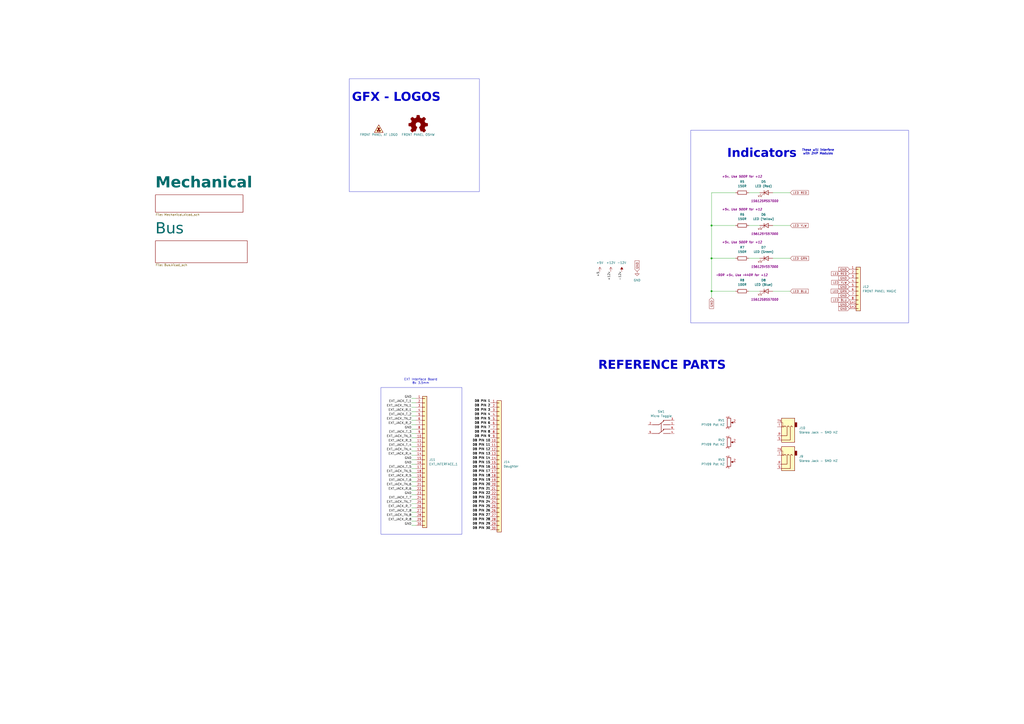
<source format=kicad_sch>
(kicad_sch (version 20231120) (generator "eeschema") (generator_version "8.0")
  (paper "A2")
  (title_block (title "Audio Thing Template") (date "2024-11-13") (rev "1.0") (company "velvia-fifty") (comment 1 "https://github.com/velvia-fifty/AudioThings") (comment 2 "You should have changed this already :)") (comment 4 "Stay humble"))
  (lib_symbols
    (symbol "AT-Symbols:DPDT Micro 1825138-7" (pin_names (offset 1.016))
      (property "Reference" "SW" (at -3.8172 6.362 0))
      (property "Value" "1825138-7" (at -3.8107 -5.7161 0))
      (symbol "DPDT Micro 1825138-7_0_0"
        (polyline (pts (xy -5.08 -2.54) (xy -1.27 -2.54)) (stroke (width 0.254)))
        (polyline (pts (xy -5.08 2.54) (xy -1.27 2.54)) (stroke (width 0.254)))
        (polyline (pts (xy -1.27 -2.54) (xy 1.5875 -0.3175)) (stroke (width 0.254)))
        (polyline (pts (xy -1.27 2.54) (xy 1.5875 4.7625)) (stroke (width 0.254)))
        (polyline (pts (xy 0 3.4925) (xy 0 -1.5875)) (stroke (width 0.254)))
        (polyline (pts (xy 1.27 -2.54) (xy 5.08 -2.54)) (stroke (width 0.254)))
        (polyline (pts (xy 1.27 0) (xy 1.27 -0.635)) (stroke (width 0.254)))
        (polyline (pts (xy 1.27 0) (xy 5.08 0)) (stroke (width 0.254)))
        (polyline (pts (xy 1.27 2.54) (xy 5.08 2.54)) (stroke (width 0.254)))
        (polyline (pts (xy 1.27 5.08) (xy 1.27 4.445)) (stroke (width 0.254)))
        (polyline (pts (xy 1.27 5.08) (xy 5.08 5.08)) (stroke (width 0.254)))
        (pin passive line (at 7.62 2.54 180) (length 2.54) (name "~") (number "1"))
        (pin passive line (at -7.62 2.54 0) (length 2.54) (name "~") (number "2"))
        (pin passive line (at 7.62 5.08 180) (length 2.54) (name "~") (number "3"))
        (pin passive line (at 7.62 -2.54 180) (length 2.54) (name "~") (number "4"))
        (pin passive line (at -7.62 -2.54 0) (length 2.54) (name "~") (number "5"))
        (pin passive line (at 7.62 0 180) (length 2.54) (name "~") (number "6"))
      )
    )
    (symbol "AT-Symbols:FFC_8pin_SH" (pin_names (offset 1.016) hide)
      (property "Reference" "J" (at 0 12.7 0))
      (property "Value" "FFC_8pin_SH" (at 0 -15.24 0))
      (symbol "FFC_8pin_SH_1_1"
        (rectangle (start -1.27 -12.573) (end 0 -12.827) (stroke (width 0.1524)))
        (rectangle (start -1.27 -10.033) (end 0 -10.287) (stroke (width 0.1524)))
        (rectangle (start -1.27 -7.493) (end 0 -7.747) (stroke (width 0.1524)))
        (rectangle (start -1.27 -4.953) (end 0 -5.207) (stroke (width 0.1524)))
        (rectangle (start -1.27 -2.413) (end 0 -2.667) (stroke (width 0.1524)))
        (rectangle (start -1.27 0.127) (end 0 -0.127) (stroke (width 0.1524)))
        (rectangle (start -1.27 2.667) (end 0 2.413) (stroke (width 0.1524)))
        (rectangle (start -1.27 5.207) (end 0 4.953) (stroke (width 0.1524)))
        (rectangle (start -1.27 7.747) (end 0 7.493) (stroke (width 0.1524)))
        (rectangle (start -1.27 10.287) (end 0 10.033) (stroke (width 0.1524)))
        (rectangle (start -1.27 11.43) (end 1.27 -13.97) (stroke (width 0.254)) (fill (type background)))
        (pin passive line (at -5.08 10.16 0) (length 3.81) (name "Pin_1") (number "1"))
        (pin passive line (at -5.08 7.62 0) (length 3.81) (name "Pin_2") (number "2"))
        (pin passive line (at -5.08 5.08 0) (length 3.81) (name "Pin_3") (number "3"))
        (pin passive line (at -5.08 2.54 0) (length 3.81) (name "Pin_4") (number "4"))
        (pin passive line (at -5.08 0 0) (length 3.81) (name "Pin_5") (number "5"))
        (pin passive line (at -5.08 -2.54 0) (length 3.81) (name "Pin_6") (number "6"))
        (pin passive line (at -5.08 -5.08 0) (length 3.81) (name "Pin_7") (number "7"))
        (pin passive line (at -5.08 -7.62 0) (length 3.81) (name "Pin_8") (number "8"))
        (pin passive line (at -5.08 -10.16 0) (length 3.81) (name "SH1") (number "SH1"))
        (pin passive line (at -5.08 -12.7 0) (length 3.81) (name "SH2") (number "SH2"))
      )
    )
    (symbol "Connector_Audio:AudioJack3_SwitchT"
      (property "Reference" "J" (at 0 8.89 0))
      (property "Value" "AudioJack3_SwitchT" (at 0 6.35 0))
      (symbol "AudioJack3_SwitchT_0_1"
        (rectangle (start -5.08 -5.08) (end -6.35 -7.62) (stroke (width 0.254)) (fill (type outline)))
        (polyline (pts (xy 1.778 -5.334) (xy 2.032 -5.842)))
        (polyline (pts (xy 0 -5.08) (xy 0.635 -5.715) (xy 1.27 -5.08) (xy 2.54 -5.08)) (stroke (width 0.254)))
        (polyline (pts (xy 2.54 -7.62) (xy 1.778 -7.62) (xy 1.778 -5.334) (xy 1.524 -5.842)))
        (polyline (pts (xy -1.905 -5.08) (xy -1.27 -5.715) (xy -0.635 -5.08) (xy -0.635 0) (xy 2.54 0)) (stroke (width 0.254)))
        (polyline (pts (xy 2.54 2.54) (xy -2.54 2.54) (xy -2.54 -5.08) (xy -3.175 -5.715) (xy -3.81 -5.08)) (stroke (width 0.254)))
        (rectangle (start 2.54 3.81) (end -5.08 -10.16) (stroke (width 0.254)) (fill (type background)))
      )
      (symbol "AudioJack3_SwitchT_1_1"
        (pin passive line (at 5.08 0 180) (length 2.54) (name "~") (number "R"))
        (pin passive line (at 5.08 2.54 180) (length 2.54) (name "~") (number "S"))
        (pin passive line (at 5.08 -5.08 180) (length 2.54) (name "~") (number "T"))
        (pin passive line (at 5.08 -7.62 180) (length 2.54) (name "~") (number "TN"))
      )
    )
    (symbol "Connector_Generic:Conn_01x30" (pin_names (offset 1.016) hide)
      (property "Reference" "J" (at 0 38.1 0))
      (property "Value" "Conn_01x30" (at 0 -40.64 0))
      (symbol "Conn_01x30_1_1"
        (rectangle (start -1.27 -37.973) (end 0 -38.227) (stroke (width 0.1524)))
        (rectangle (start -1.27 -35.433) (end 0 -35.687) (stroke (width 0.1524)))
        (rectangle (start -1.27 -32.893) (end 0 -33.147) (stroke (width 0.1524)))
        (rectangle (start -1.27 -30.353) (end 0 -30.607) (stroke (width 0.1524)))
        (rectangle (start -1.27 -27.813) (end 0 -28.067) (stroke (width 0.1524)))
        (rectangle (start -1.27 -25.273) (end 0 -25.527) (stroke (width 0.1524)))
        (rectangle (start -1.27 -22.733) (end 0 -22.987) (stroke (width 0.1524)))
        (rectangle (start -1.27 -20.193) (end 0 -20.447) (stroke (width 0.1524)))
        (rectangle (start -1.27 -17.653) (end 0 -17.907) (stroke (width 0.1524)))
        (rectangle (start -1.27 -15.113) (end 0 -15.367) (stroke (width 0.1524)))
        (rectangle (start -1.27 -12.573) (end 0 -12.827) (stroke (width 0.1524)))
        (rectangle (start -1.27 -10.033) (end 0 -10.287) (stroke (width 0.1524)))
        (rectangle (start -1.27 -7.493) (end 0 -7.747) (stroke (width 0.1524)))
        (rectangle (start -1.27 -4.953) (end 0 -5.207) (stroke (width 0.1524)))
        (rectangle (start -1.27 -2.413) (end 0 -2.667) (stroke (width 0.1524)))
        (rectangle (start -1.27 0.127) (end 0 -0.127) (stroke (width 0.1524)))
        (rectangle (start -1.27 2.667) (end 0 2.413) (stroke (width 0.1524)))
        (rectangle (start -1.27 5.207) (end 0 4.953) (stroke (width 0.1524)))
        (rectangle (start -1.27 7.747) (end 0 7.493) (stroke (width 0.1524)))
        (rectangle (start -1.27 10.287) (end 0 10.033) (stroke (width 0.1524)))
        (rectangle (start -1.27 12.827) (end 0 12.573) (stroke (width 0.1524)))
        (rectangle (start -1.27 15.367) (end 0 15.113) (stroke (width 0.1524)))
        (rectangle (start -1.27 17.907) (end 0 17.653) (stroke (width 0.1524)))
        (rectangle (start -1.27 20.447) (end 0 20.193) (stroke (width 0.1524)))
        (rectangle (start -1.27 22.987) (end 0 22.733) (stroke (width 0.1524)))
        (rectangle (start -1.27 25.527) (end 0 25.273) (stroke (width 0.1524)))
        (rectangle (start -1.27 28.067) (end 0 27.813) (stroke (width 0.1524)))
        (rectangle (start -1.27 30.607) (end 0 30.353) (stroke (width 0.1524)))
        (rectangle (start -1.27 33.147) (end 0 32.893) (stroke (width 0.1524)))
        (rectangle (start -1.27 35.687) (end 0 35.433) (stroke (width 0.1524)))
        (rectangle (start -1.27 36.83) (end 1.27 -39.37) (stroke (width 0.254)) (fill (type background)))
        (pin passive line (at -5.08 35.56 0) (length 3.81) (name "Pin_1") (number "1"))
        (pin passive line (at -5.08 12.7 0) (length 3.81) (name "Pin_10") (number "10"))
        (pin passive line (at -5.08 10.16 0) (length 3.81) (name "Pin_11") (number "11"))
        (pin passive line (at -5.08 7.62 0) (length 3.81) (name "Pin_12") (number "12"))
        (pin passive line (at -5.08 5.08 0) (length 3.81) (name "Pin_13") (number "13"))
        (pin passive line (at -5.08 2.54 0) (length 3.81) (name "Pin_14") (number "14"))
        (pin passive line (at -5.08 0 0) (length 3.81) (name "Pin_15") (number "15"))
        (pin passive line (at -5.08 -2.54 0) (length 3.81) (name "Pin_16") (number "16"))
        (pin passive line (at -5.08 -5.08 0) (length 3.81) (name "Pin_17") (number "17"))
        (pin passive line (at -5.08 -7.62 0) (length 3.81) (name "Pin_18") (number "18"))
        (pin passive line (at -5.08 -10.16 0) (length 3.81) (name "Pin_19") (number "19"))
        (pin passive line (at -5.08 33.02 0) (length 3.81) (name "Pin_2") (number "2"))
        (pin passive line (at -5.08 -12.7 0) (length 3.81) (name "Pin_20") (number "20"))
        (pin passive line (at -5.08 -15.24 0) (length 3.81) (name "Pin_21") (number "21"))
        (pin passive line (at -5.08 -17.78 0) (length 3.81) (name "Pin_22") (number "22"))
        (pin passive line (at -5.08 -20.32 0) (length 3.81) (name "Pin_23") (number "23"))
        (pin passive line (at -5.08 -22.86 0) (length 3.81) (name "Pin_24") (number "24"))
        (pin passive line (at -5.08 -25.4 0) (length 3.81) (name "Pin_25") (number "25"))
        (pin passive line (at -5.08 -27.94 0) (length 3.81) (name "Pin_26") (number "26"))
        (pin passive line (at -5.08 -30.48 0) (length 3.81) (name "Pin_27") (number "27"))
        (pin passive line (at -5.08 -33.02 0) (length 3.81) (name "Pin_28") (number "28"))
        (pin passive line (at -5.08 -35.56 0) (length 3.81) (name "Pin_29") (number "29"))
        (pin passive line (at -5.08 30.48 0) (length 3.81) (name "Pin_3") (number "3"))
        (pin passive line (at -5.08 -38.1 0) (length 3.81) (name "Pin_30") (number "30"))
        (pin passive line (at -5.08 27.94 0) (length 3.81) (name "Pin_4") (number "4"))
        (pin passive line (at -5.08 25.4 0) (length 3.81) (name "Pin_5") (number "5"))
        (pin passive line (at -5.08 22.86 0) (length 3.81) (name "Pin_6") (number "6"))
        (pin passive line (at -5.08 20.32 0) (length 3.81) (name "Pin_7") (number "7"))
        (pin passive line (at -5.08 17.78 0) (length 3.81) (name "Pin_8") (number "8"))
        (pin passive line (at -5.08 15.24 0) (length 3.81) (name "Pin_9") (number "9"))
      )
    )
    (symbol "Device:LED" (pin_numbers hide) (pin_names (offset 1.016) hide)
      (property "Reference" "D" (at 0 2.54 0))
      (property "Value" "LED" (at 0 -2.54 0))
      (symbol "LED_0_1"
        (polyline (pts (xy -1.27 -1.27) (xy -1.27 1.27)) (stroke (width 0.254)))
        (polyline (pts (xy -1.27 0) (xy 1.27 0)))
        (polyline (pts (xy 1.27 -1.27) (xy 1.27 1.27) (xy -1.27 0) (xy 1.27 -1.27)) (stroke (width 0.254)))
        (polyline (pts (xy -3.048 -0.762) (xy -4.572 -2.286) (xy -3.81 -2.286) (xy -4.572 -2.286) (xy -4.572 -1.524)))
        (polyline (pts (xy -1.778 -0.762) (xy -3.302 -2.286) (xy -2.54 -2.286) (xy -3.302 -2.286) (xy -3.302 -1.524)))
      )
      (symbol "LED_1_1"
        (pin passive line (at -3.81 0 0) (length 2.54) (name "K") (number "1"))
        (pin passive line (at 3.81 0 180) (length 2.54) (name "A") (number "2"))
      )
    )
    (symbol "Device:R" (pin_numbers hide) (pin_names (offset 0))
      (property "Reference" "R" (at 2.032 0 90))
      (property "Value" "R" (at 0 0 90))
      (symbol "R_0_1"
        (rectangle (start -1.016 -2.54) (end 1.016 2.54) (stroke (width 0.254)))
      )
      (symbol "R_1_1"
        (pin passive line (at 0 3.81 270) (length 1.27) (name "~") (number "1"))
        (pin passive line (at 0 -3.81 90) (length 1.27) (name "~") (number "2"))
      )
    )
    (symbol "Device:R_Potentiometer" (pin_names (offset 1.016) hide)
      (property "Reference" "RV" (at -4.445 0 90))
      (property "Value" "R_Potentiometer" (at -2.54 0 90))
      (symbol "R_Potentiometer_0_1"
        (polyline (pts (xy 2.54 0) (xy 1.524 0)))
        (polyline (pts (xy 1.143 0) (xy 2.286 0.508) (xy 2.286 -0.508) (xy 1.143 0)) (fill (type outline)))
        (rectangle (start 1.016 2.54) (end -1.016 -2.54) (stroke (width 0.254)))
      )
      (symbol "R_Potentiometer_1_1"
        (pin passive line (at 0 3.81 270) (length 1.27) (name "1") (number "1"))
        (pin passive line (at 3.81 0 180) (length 1.27) (name "2") (number "2"))
        (pin passive line (at 0 -3.81 90) (length 1.27) (name "3") (number "3"))
      )
    )
    (symbol "Graphic:Logo_Open_Hardware_Small" (in_bom no) (on_board no)
      (symbol "Logo_Open_Hardware_Small_0_1"
        (polyline (pts (xy 3.3528 -4.3434) (xy 3.302 -4.318) (xy 3.175 -4.2418) (xy 2.9972 -4.1148) (xy 2.7686 -3.9624) (xy 2.54 -3.81) (xy 2.3622 -3.7084) (xy 2.2352 -3.6068) (xy 2.1844 -3.5814) (xy 2.159 -3.6068) (xy 2.0574 -3.6576) (xy 1.905 -3.7338) (xy 1.8034 -3.7846) (xy 1.6764 -3.8354) (xy 1.6002 -3.8354) (xy 1.6002 -3.8354) (xy 1.5494 -3.7338) (xy 1.4732 -3.5306) (xy 1.3462 -3.302) (xy 1.2446 -3.0226) (xy 1.1176 -2.7178) (xy 0.9652 -2.413) (xy 0.8636 -2.1082) (xy 0.7366 -1.8288) (xy 0.6604 -1.6256) (xy 0.6096 -1.4732) (xy 0.5842 -1.397) (xy 0.5842 -1.397) (xy 0.6604 -1.3208) (xy 0.7874 -1.2446) (xy 1.0414 -1.016) (xy 1.2954 -0.6858) (xy 1.4478 -0.3302) (xy 1.524 0.0762) (xy 1.4732 0.4572) (xy 1.3208 0.8128) (xy 1.0668 1.143) (xy 0.762 1.3716) (xy 0.4064 1.524) (xy 0 1.5748) (xy -0.381 1.5494) (xy -0.7366 1.397) (xy -1.0668 1.143) (xy -1.2192 0.9906) (xy -1.397 0.6604) (xy -1.524 0.3048) (xy -1.524 0.2286) (xy -1.4986 -0.1778) (xy -1.397 -0.5334) (xy -1.1938 -0.8636) (xy -0.9144 -1.143) (xy -0.8636 -1.1684) (xy -0.7366 -1.27) (xy -0.635 -1.3462) (xy -0.5842 -1.397) (xy -1.0668 -2.5908) (xy -1.143 -2.794) (xy -1.2954 -3.1242) (xy -1.397 -3.4036) (xy -1.4986 -3.6322) (xy -1.5748 -3.7846) (xy -1.6002 -3.8354) (xy -1.6002 -3.8354) (xy -1.651 -3.8354) (xy -1.7272 -3.81) (xy -1.905 -3.7338) (xy -2.0066 -3.683) (xy -2.1336 -3.6068) (xy -2.2098 -3.5814) (xy -2.2606 -3.6068) (xy -2.3622 -3.683) (xy -2.54 -3.81) (xy -2.7686 -3.9624) (xy -2.9718 -4.0894) (xy -3.1496 -4.2164) (xy -3.302 -4.318) (xy -3.3528 -4.3434) (xy -3.3782 -4.3434) (xy -3.429 -4.318) (xy -3.5306 -4.2164) (xy -3.7084 -4.064) (xy -3.937 -3.8354) (xy -3.9624 -3.81) (xy -4.1656 -3.6068) (xy -4.318 -3.4544) (xy -4.4196 -3.3274) (xy -4.445 -3.2766) (xy -4.445 -3.2766) (xy -4.4196 -3.2258) (xy -4.318 -3.0734) (xy -4.2164 -2.8956) (xy -4.064 -2.667) (xy -3.6576 -2.0828) (xy -3.8862 -1.5494) (xy -3.937 -1.3716) (xy -4.0386 -1.1684) (xy -4.0894 -1.0414) (xy -4.1148 -0.9652) (xy -4.191 -0.9398) (xy -4.318 -0.9144) (xy -4.5466 -0.8636) (xy -4.8006 -0.8128) (xy -5.0546 -0.7874) (xy -5.2578 -0.7366) (xy -5.4356 -0.7112) (xy -5.5118 -0.6858) (xy -5.5118 -0.6858) (xy -5.5372 -0.635) (xy -5.5372 -0.5588) (xy -5.5372 -0.4318) (xy -5.5626 -0.2286) (xy -5.5626 0.0762) (xy -5.5626 0.127) (xy -5.5372 0.4064) (xy -5.5372 0.635) (xy -5.5372 0.762) (xy -5.5372 0.8382) (xy -5.5372 0.8382) (xy -5.461 0.8382) (xy -5.3086 0.889) (xy -5.08 0.9144) (xy -4.826 0.9652) (xy -4.8006 0.9906) (xy -4.5466 1.0414) (xy -4.318 1.0668) (xy -4.1656 1.1176) (xy -4.0894 1.143) (xy -4.0894 1.143) (xy -4.0386 1.2446) (xy -3.9624 1.4224) (xy -3.8608 1.6256) (xy -3.7846 1.8288) (xy -3.7084 2.0066) (xy -3.6576 2.159) (xy -3.6322 2.2098) (xy -3.6322 2.2098) (xy -3.683 2.286) (xy -3.7592 2.413) (xy -3.8862 2.5908) (xy -4.064 2.8194) (xy -4.064 2.8448) (xy -4.2164 3.0734) (xy -4.3434 3.2512) (xy -4.4196 3.3782) (xy -4.445 3.4544) (xy -4.445 3.4544) (xy -4.3942 3.5052) (xy -4.2926 3.6322) (xy -4.1148 3.81) (xy -3.937 4.0132) (xy -3.8608 4.064) (xy -3.6576 4.2926) (xy -3.5052 4.4196) (xy -3.4036 4.4958) (xy -3.3528 4.5212) (xy -3.3528 4.5212) (xy -3.302 4.4704) (xy -3.1496 4.3688) (xy -2.9718 4.2418) (xy -2.7432 4.0894) (xy -2.7178 4.0894) (xy -2.4892 3.937) (xy -2.3114 3.81) (xy -2.1844 3.7084) (xy -2.1336 3.683) (xy -2.1082 3.683) (xy -2.032 3.7084) (xy -1.8542 3.7592) (xy -1.6764 3.8354) (xy -1.4732 3.937) (xy -1.27 4.0132) (xy -1.143 4.064) (xy -1.0668 4.1148) (xy -1.0668 4.1148) (xy -1.0414 4.191) (xy -1.016 4.3434) (xy -0.9652 4.572) (xy -0.9144 4.8514) (xy -0.889 4.9022) (xy -0.8382 5.1562) (xy -0.8128 5.3848) (xy -0.7874 5.5372) (xy -0.762 5.588) (xy -0.7112 5.6134) (xy -0.5842 5.6134) (xy -0.4064 5.6134) (xy -0.1524 5.6134) (xy 0.0762 5.6134) (xy 0.3302 5.6134) (xy 0.5334 5.6134) (xy 0.6858 5.588) (xy 0.7366 5.588) (xy 0.7366 5.588) (xy 0.762 5.5118) (xy 0.8128 5.334) (xy 0.8382 5.1054) (xy 0.9144 4.826) (xy 0.9144 4.7752) (xy 0.9652 4.5212) (xy 1.016 4.2926) (xy 1.0414 4.1402) (xy 1.0668 4.0894) (xy 1.0668 4.0894) (xy 1.1938 4.0386) (xy 1.3716 3.9624) (xy 1.5748 3.8608) (xy 2.0828 3.6576) (xy 2.7178 4.0894) (xy 2.7686 4.1402) (xy 2.9972 4.2926) (xy 3.175 4.4196) (xy 3.302 4.4958) (xy 3.3782 4.5212) (xy 3.3782 4.5212) (xy 3.429 4.4704) (xy 3.556 4.3434) (xy 3.7338 4.191) (xy 3.9116 3.9878) (xy 4.064 3.8354) (xy 4.2418 3.6576) (xy 4.3434 3.556) (xy 4.4196 3.4798) (xy 4.4196 3.429) (xy 4.4196 3.4036) (xy 4.3942 3.3274) (xy 4.2926 3.2004) (xy 4.1656 2.9972) (xy 4.0132 2.794) (xy 3.8862 2.5908) (xy 3.7592 2.3876) (xy 3.6576 2.2352) (xy 3.6322 2.159) (xy 3.6322 2.1336) (xy 3.683 2.0066) (xy 3.7592 1.8288) (xy 3.8608 1.6002) (xy 4.064 1.1176) (xy 4.3942 1.0414) (xy 4.5974 1.016) (xy 4.8768 0.9652) (xy 5.1308 0.9144) (xy 5.5372 0.8382) (xy 5.5626 -0.6604) (xy 5.4864 -0.6858) (xy 5.4356 -0.6858) (xy 5.2832 -0.7366) (xy 5.0546 -0.762) (xy 4.8006 -0.8128) (xy 4.5974 -0.8636) (xy 4.3688 -0.9144) (xy 4.2164 -0.9398) (xy 4.1402 -0.9398) (xy 4.1148 -0.9652) (xy 4.064 -1.0668) (xy 3.9878 -1.2446) (xy 3.9116 -1.4478) (xy 3.81 -1.651) (xy 3.7338 -1.8542) (xy 3.683 -2.0066) (xy 3.6576 -2.0828) (xy 3.683 -2.1336) (xy 3.7846 -2.2606) (xy 3.8862 -2.4638) (xy 4.0386 -2.667) (xy 4.191 -2.8956) (xy 4.318 -3.0734) (xy 4.3942 -3.2004) (xy 4.445 -3.2766) (xy 4.4196 -3.3274) (xy 4.3434 -3.429) (xy 4.1656 -3.5814) (xy 3.937 -3.8354) (xy 3.8862 -3.8608) (xy 3.683 -4.064) (xy 3.5306 -4.2164) (xy 3.4036 -4.318) (xy 3.3528 -4.3434)) (fill (type outline)))
      )
    )
    (symbol "Graphic:SYM_Radioactive_Radiation_Small" (in_bom no) (on_board no)
      (symbol "SYM_Radioactive_Radiation_Small_0_0"
        (arc (start -1.1176 -0.7366) (mid -0.8421 -1.2231) (end -0.3556 -1.4986))
        (arc (start -0.6096 -0.6096) (mid -0.4656 -0.8429) (end -0.2286 -0.9906))
        (circle (center -0.0254 -0.3556) (radius 0.3556) (stroke (width 0.254)) (fill (type outline)))
        (polyline (pts (xy -1.1176 -0.7366) (xy -0.6096 -0.6096)))
        (polyline (pts (xy -0.635 0.6096) (xy -0.381 0.1016)))
        (polyline (pts (xy -0.3556 -1.4986) (xy -0.2286 -0.9906)))
        (polyline (pts (xy 0.3556 -1.4986) (xy 0.2286 -0.9906)))
        (polyline (pts (xy 0.635 0.6096) (xy 0.381 0.1016)))
        (polyline (pts (xy 1.1176 -0.7366) (xy 0.6096 -0.6096)))
        (polyline (pts (xy -0.6096 -0.6604) (xy -0.508 -0.8636) (xy -0.254 -0.9652) (xy -0.4064 -1.4732) (xy -0.762 -1.2192) (xy -0.9652 -1.016) (xy -1.0668 -0.7112) (xy -0.6096 -0.6604)) (fill (type outline)))
        (polyline (pts (xy 0.6096 -0.6096) (xy 0.4572 -0.8636) (xy 0.254 -1.016) (xy 0.4064 -1.4732) (xy 0.7112 -1.27) (xy 0.9144 -1.0668) (xy 1.0668 -0.762) (xy 0.6096 -0.6604)) (fill (type outline)))
        (polyline (pts (xy -0.3556 0.1524) (xy -0.1016 0.254) (xy 0.1524 0.254) (xy 0.3556 0.1016) (xy 0.6096 0.6096) (xy 0.3556 0.7112) (xy 0.1016 0.762) (xy -0.1524 0.762) (xy -0.4572 0.6604) (xy -0.6096 0.6096) (xy -0.4064 0.1524)) (fill (type outline)))
        (arc (start 0.2286 -0.9906) (mid 0.4619 -0.8466) (end 0.6096 -0.6096))
        (arc (start 0.3556 -1.4986) (mid 0.8421 -1.2231) (end 1.1176 -0.7366))
        (arc (start 0.381 0.1016) (mid 0 0.2594) (end -0.381 0.1016))
        (arc (start 0.635 0.6096) (mid 0 0.8131) (end -0.635 0.6096))
      )
      (symbol "SYM_Radioactive_Radiation_Small_0_1"
        (polyline (pts (xy -2.54 -1.905) (xy 2.54 -1.905) (xy 0 2.54) (xy -2.54 -1.905)) (stroke (width 0.254)) (fill (type background)))
      )
    )
    (symbol "power:+12V" (power) (pin_numbers hide) (pin_names (offset 0) hide)
      (property "Value" "+12V" (at 0 3.556 0))
      (symbol "+12V_0_1"
        (polyline (pts (xy -0.762 1.27) (xy 0 2.54)))
        (polyline (pts (xy 0 0) (xy 0 2.54)))
        (polyline (pts (xy 0 2.54) (xy 0.762 1.27)))
      )
      (symbol "+12V_1_1"
        (pin power_in line (at 0 0 90) (length 0) (name "~") (number "1"))
      )
    )
    (symbol "power:+5V" (power) (pin_numbers hide) (pin_names (offset 0) hide)
      (property "Value" "+5V" (at 0 3.556 0))
      (symbol "+5V_0_1"
        (polyline (pts (xy -0.762 1.27) (xy 0 2.54)))
        (polyline (pts (xy 0 0) (xy 0 2.54)))
        (polyline (pts (xy 0 2.54) (xy 0.762 1.27)))
      )
      (symbol "+5V_1_1"
        (pin power_in line (at 0 0 90) (length 0) (name "~") (number "1"))
      )
    )
    (symbol "power:-12V" (power) (pin_numbers hide) (pin_names (offset 0) hide)
      (property "Value" "-12V" (at 0 3.556 0))
      (symbol "-12V_0_0"
        (pin power_in line (at 0 0 90) (length 0) (name "~") (number "1"))
      )
      (symbol "-12V_0_1"
        (polyline (pts (xy 0 0) (xy 0 1.27) (xy 0.762 1.27) (xy 0 2.54) (xy -0.762 1.27) (xy 0 1.27)) (fill (type outline)))
      )
    )
    (symbol "power:GND" (power) (pin_numbers hide) (pin_names (offset 0) hide)
      (property "Value" "GND" (at 0 -3.81 0))
      (symbol "GND_0_1"
        (polyline (pts (xy 0 0) (xy 0 -1.27) (xy 1.27 -1.27) (xy 0 -2.54) (xy -1.27 -1.27) (xy 0 -1.27)))
      )
      (symbol "GND_1_1"
        (pin power_in line (at 0 0 270) (length 0) (name "~") (number "1"))
      )
    )
  )
  (junction (at 412.75 149.86))
  (junction (at 412.75 168.91))
  (junction (at 412.75 130.81))
  (wire (pts (xy 241.3 284.48) (xy 238.76 284.48)))
  (wire (pts (xy 241.3 261.62) (xy 238.76 261.62)))
  (wire (pts (xy 434.34 130.81) (xy 440.69 130.81)))
  (wire (pts (xy 241.3 289.56) (xy 238.76 289.56)))
  (wire (pts (xy 412.75 111.76) (xy 412.75 130.81)))
  (wire (pts (xy 412.75 130.81) (xy 412.75 149.86)))
  (wire (pts (xy 241.3 271.78) (xy 238.76 271.78)))
  (wire (pts (xy 241.3 231.14) (xy 238.76 231.14)))
  (wire (pts (xy 241.3 233.68) (xy 238.76 233.68)))
  (wire (pts (xy 412.75 149.86) (xy 426.72 149.86)))
  (wire (pts (xy 241.3 251.46) (xy 238.76 251.46)))
  (wire (pts (xy 241.3 266.7) (xy 238.76 266.7)))
  (wire (pts (xy 448.31 168.91) (xy 458.47 168.91)))
  (wire (pts (xy 434.34 168.91) (xy 440.69 168.91)))
  (wire (pts (xy 241.3 256.54) (xy 238.76 256.54)))
  (wire (pts (xy 241.3 238.76) (xy 238.76 238.76)))
  (wire (pts (xy 412.75 168.91) (xy 412.75 172.72)))
  (wire (pts (xy 241.3 254) (xy 238.76 254)))
  (wire (pts (xy 241.3 259.08) (xy 238.76 259.08)))
  (wire (pts (xy 241.3 248.92) (xy 238.76 248.92)))
  (wire (pts (xy 241.3 241.3) (xy 238.76 241.3)))
  (wire (pts (xy 412.75 168.91) (xy 426.72 168.91)))
  (wire (pts (xy 241.3 236.22) (xy 238.76 236.22)))
  (wire (pts (xy 241.3 264.16) (xy 238.76 264.16)))
  (wire (pts (xy 241.3 304.8) (xy 238.76 304.8)))
  (wire (pts (xy 241.3 281.94) (xy 238.76 281.94)))
  (wire (pts (xy 412.75 149.86) (xy 412.75 168.91)))
  (wire (pts (xy 434.34 111.76) (xy 440.69 111.76)))
  (wire (pts (xy 241.3 279.4) (xy 238.76 279.4)))
  (wire (pts (xy 241.3 274.32) (xy 238.76 274.32)))
  (wire (pts (xy 241.3 243.84) (xy 238.76 243.84)))
  (wire (pts (xy 241.3 297.18) (xy 238.76 297.18)))
  (wire (pts (xy 241.3 269.24) (xy 238.76 269.24)))
  (wire (pts (xy 241.3 299.72) (xy 238.76 299.72)))
  (wire (pts (xy 241.3 302.26) (xy 238.76 302.26)))
  (wire (pts (xy 412.75 111.76) (xy 426.72 111.76)))
  (wire (pts (xy 241.3 294.64) (xy 238.76 294.64)))
  (wire (pts (xy 434.34 149.86) (xy 440.69 149.86)))
  (wire (pts (xy 241.3 276.86) (xy 238.76 276.86)))
  (wire (pts (xy 241.3 246.38) (xy 238.76 246.38)))
  (wire (pts (xy 241.3 287.02) (xy 238.76 287.02)))
  (wire (pts (xy 241.3 292.1) (xy 238.76 292.1)))
  (wire (pts (xy 448.31 130.81) (xy 458.47 130.81)))
  (wire (pts (xy 448.31 111.76) (xy 458.47 111.76)))
  (wire (pts (xy 448.31 149.86) (xy 458.47 149.86)))
  (wire (pts (xy 412.75 130.81) (xy 426.72 130.81)))
  (rectangle (start 400.685 75.565) (end 527.05 187.325))
  (rectangle (start 202.565 45.72) (end 278.13 111.125))
  (rectangle (start 220.98 224.79) (end 267.97 309.88))
  (text "Indicators" (at 441.96 90.424 0) (effects (font (size 5.08 5.08) (thickness 1.016) (bold yes))))
  (text "GFX - LOGOS" (at 229.87 57.912 0) (effects (font (size 5.08 5.08) (thickness 1.016) (bold yes))))
  (text "These will interfere\nwith 2HP Modules" (at 474.472 88.138 0) (effects (font (size 1.27 1.27) (thickness 0.254) (bold yes) (italic yes))))
  (text "REFERENCE PARTS" (at 384.048 213.36 0) (effects (font (size 5.08 5.08) (thickness 1.016) (bold yes))))
  (text "EXT Interface Board\n8x 3.5mm" (at 244.094 221.234 0) (effects (font (size 1.27 1.27))))
  (label "+5" (at 347.98 157.48 270))
  (label "EXT_JACK_TN_1" (at 238.76 236.22 180))
  (label "GND" (at 238.76 266.7 180))
  (label "EXT_JACK_T_4" (at 238.76 259.08 180))
  (label "GND" (at 238.76 231.14 180))
  (label "DB PIN 8" (at 284.48 251.46 180) (effects (font (thickness 0.254) (bold yes))))
  (label "DB PIN 28" (at 284.48 302.26 180) (effects (font (thickness 0.254) (bold yes))))
  (label "DB PIN 20" (at 284.48 281.94 180) (effects (font (thickness 0.254) (bold yes))))
  (label "DB PIN 11" (at 284.48 259.08 180) (effects (font (thickness 0.254) (bold yes))))
  (label "EXT_JACK_T_3" (at 238.76 251.46 180))
  (label "GND" (at 238.76 248.92 180))
  (label "EXT_JACK_TN_4" (at 238.76 261.62 180))
  (label "DB PIN 14" (at 284.48 266.7 180) (effects (font (thickness 0.254) (bold yes))))
  (label "DB PIN 24" (at 284.48 292.1 180) (effects (font (thickness 0.254) (bold yes))))
  (label "EXT_JACK_R_3" (at 238.76 256.54 180))
  (label "DB PIN 3" (at 284.48 238.76 180) (effects (font (thickness 0.254) (bold yes))))
  (label "DB PIN 13" (at 284.48 264.16 180) (effects (font (thickness 0.254) (bold yes))))
  (label "-12v" (at 360.68 157.48 270))
  (label "DB PIN 18" (at 284.48 276.86 180) (effects (font (thickness 0.254) (bold yes))))
  (label "EXT_JACK_R_2" (at 238.76 246.38 180))
  (label "EXT_JACK_R_8" (at 238.76 302.26 180))
  (label "EXT_JACK_T_2" (at 238.76 241.3 180))
  (label "GND" (at 238.76 287.02 180))
  (label "EXT_JACK_T_5" (at 238.76 271.78 180))
  (label "EXT_JACK_TN_7" (at 238.76 292.1 180))
  (label "DB PIN 10" (at 284.48 256.54 180) (effects (font (thickness 0.254) (bold yes))))
  (label "DB PIN 30" (at 284.48 307.34 180) (effects (font (thickness 0.254) (bold yes))))
  (label "EXT_JACK_TN_5" (at 238.76 274.32 180))
  (label "EXT_JACK_TN_2" (at 238.76 243.84 180))
  (label "EXT_JACK_TN_8" (at 238.76 299.72 180))
  (label "EXT_JACK_R_7" (at 238.76 294.64 180))
  (label "DB PIN 7" (at 284.48 248.92 180) (effects (font (thickness 0.254) (bold yes))))
  (label "DB PIN 9" (at 284.48 254 180) (effects (font (thickness 0.254) (bold yes))))
  (label "EXT_JACK_R_4" (at 238.76 264.16 180))
  (label "DB PIN 1" (at 284.48 233.68 180) (effects (font (thickness 0.254) (bold yes))))
  (label "DB PIN 2" (at 284.48 236.22 180) (effects (font (thickness 0.254) (bold yes))))
  (label "GND" (at 238.76 269.24 180))
  (label "GND" (at 238.76 304.8 180))
  (label "DB PIN 15" (at 284.48 269.24 180) (effects (font (thickness 0.254) (bold yes))))
  (label "DB PIN 19" (at 284.48 279.4 180) (effects (font (thickness 0.254) (bold yes))))
  (label "EXT_JACK_TN_6" (at 238.76 281.94 180))
  (label "DB PIN 21" (at 284.48 284.48 180) (effects (font (thickness 0.254) (bold yes))))
  (label "DB PIN 4" (at 284.48 241.3 180) (effects (font (thickness 0.254) (bold yes))))
  (label "DB PIN 25" (at 284.48 294.64 180) (effects (font (thickness 0.254) (bold yes))))
  (label "DB PIN 12" (at 284.48 261.62 180) (effects (font (thickness 0.254) (bold yes))))
  (label "DB PIN 29" (at 284.48 304.8 180) (effects (font (thickness 0.254) (bold yes))))
  (label "DB PIN 22" (at 284.48 287.02 180) (effects (font (thickness 0.254) (bold yes))))
  (label "EXT_JACK_R_1" (at 238.76 238.76 180))
  (label "EXT_JACK_R_6" (at 238.76 284.48 180))
  (label "EXT_JACK_T_6" (at 238.76 279.4 180))
  (label "DB PIN 6" (at 284.48 246.38 180) (effects (font (thickness 0.254) (bold yes))))
  (label "EXT_JACK_TN_3" (at 238.76 254 180))
  (label "+12v" (at 354.33 157.48 270))
  (label "DB PIN 16" (at 284.48 271.78 180) (effects (font (thickness 0.254) (bold yes))))
  (label "DB PIN 23" (at 284.48 289.56 180) (effects (font (thickness 0.254) (bold yes))))
  (label "EXT_JACK_T_8" (at 238.76 297.18 180))
  (label "EXT_JACK_T_1" (at 238.76 233.68 180))
  (label "EXT_JACK_R_5" (at 238.76 276.86 180))
  (label "DB PIN 5" (at 284.48 243.84 180) (effects (font (thickness 0.254) (bold yes))))
  (label "DB PIN 17" (at 284.48 274.32 180) (effects (font (thickness 0.254) (bold yes))))
  (label "DB PIN 27" (at 284.48 299.72 180) (effects (font (thickness 0.254) (bold yes))))
  (label "EXT_JACK_T_7" (at 238.76 289.56 180))
  (label "DB PIN 26" (at 284.48 297.18 180) (effects (font (thickness 0.254) (bold yes))))
  (global_label "GND" (shape input) (at 412.75 172.72 270) (property "Intersheetrefs" "${INTERSHEET_REFS}" (effects (hide yes))))
  (global_label "LED YLW" (shape input) (at 492.76 163.83 180) (property "Intersheetrefs" "${INTERSHEET_REFS}" (effects (hide yes))))
  (global_label "GND" (shape input) (at 492.76 179.07 180) (property "Intersheetrefs" "${INTERSHEET_REFS}" (effects (hide yes))))
  (global_label "LED GRN" (shape input) (at 458.47 149.86 0) (property "Intersheetrefs" "${INTERSHEET_REFS}" (effects (hide yes))))
  (global_label "GND" (shape input) (at 492.76 166.37 180) (property "Intersheetrefs" "${INTERSHEET_REFS}" (effects (hide yes))))
  (global_label "GND" (shape input) (at 369.57 157.48 90) (property "Intersheetrefs" "${INTERSHEET_REFS}" (effects (hide yes))))
  (global_label "GND" (shape input) (at 492.76 176.53 180) (property "Intersheetrefs" "${INTERSHEET_REFS}" (effects (hide yes))))
  (global_label "LED GRN" (shape input) (at 492.76 168.91 180) (property "Intersheetrefs" "${INTERSHEET_REFS}" (effects (hide yes))))
  (global_label "LED RED" (shape input) (at 492.76 158.75 180) (property "Intersheetrefs" "${INTERSHEET_REFS}" (effects (hide yes))))
  (global_label "GND" (shape input) (at 492.76 171.45 180) (property "Intersheetrefs" "${INTERSHEET_REFS}" (effects (hide yes))))
  (global_label "GND" (shape input) (at 492.76 161.29 180) (property "Intersheetrefs" "${INTERSHEET_REFS}" (effects (hide yes))))
  (global_label "LED BLU" (shape input) (at 492.76 173.99 180) (property "Intersheetrefs" "${INTERSHEET_REFS}" (effects (hide yes))))
  (global_label "GND" (shape input) (at 492.76 156.21 180) (property "Intersheetrefs" "${INTERSHEET_REFS}" (effects (hide yes))))
  (global_label "LED BLU" (shape input) (at 458.47 168.91 0) (property "Intersheetrefs" "${INTERSHEET_REFS}" (effects (hide yes))))
  (global_label "LED YLW" (shape input) (at 458.47 130.81 0) (property "Intersheetrefs" "${INTERSHEET_REFS}" (effects (hide yes))))
  (global_label "LED RED" (shape input) (at 458.47 111.76 0) (property "Intersheetrefs" "${INTERSHEET_REFS}" (effects (hide yes))))
  (symbol (lib_id "Graphic:SYM_Radioactive_Radiation_Small") (at 219.71 74.93 0) (unit 1) (exclude_from_sim yes) (in_bom no)
    (property "Reference" "#SYM1" (effects (hide yes)))
    (property "Value" "FRONT PANEL AT LOGO" (at 219.71 78.105 0))
    (property "Footprint" "AT-Footprints:at-logo-cu" (effects (hide yes)))
    (property "Description" "Radioactive/radiation warning symbol, small" (effects (hide yes)))
    (property "Sim.Enable" "0" (effects (hide yes)))
  )
  (symbol (lib_id "power:-12V") (at 360.68 157.48 0) (unit 1)
    (property "Reference" "#PWR023" (effects (hide yes)))
    (property "Value" "-12V" (at 360.68 152.4 0))
    (property "Description" "Power symbol creates a global label with name \"-12V\"" (effects (hide yes)))
  )
  (symbol (lib_id "Device:R_Potentiometer") (at 422.91 245.11 0) (unit 1)
    (property "Reference" "RV1" (at 420.37 243.8399 0) (effects (justify right)))
    (property "Value" "PTV09 Pot HZ" (at 420.37 246.3799 0) (effects (justify right)))
    (property "Footprint" "AT-Footprints:Potentiometer_Bourns_PTV09A-2_Single_Horizontal" (effects (hide yes)))
    (property "Description" "Potentiometer" (effects (hide yes)))
  )
  (symbol (lib_id "Device:R_Potentiometer") (at 422.91 267.97 0) (unit 1)
    (property "Reference" "RV3" (at 420.37 266.6999 0) (effects (justify right)))
    (property "Value" "PTV09 Pot HZ" (at 420.37 269.2399 0) (effects (justify right)))
    (property "Footprint" "AT-Footprints:Potentiometer_Bourns_PTV09A-2_Single_Horizontal" (effects (hide yes)))
    (property "Description" "Potentiometer" (effects (hide yes)))
  )
  (symbol (lib_id "power:+5V") (at 347.98 157.48 0) (unit 1)
    (property "Reference" "#PWR021" (effects (hide yes)))
    (property "Value" "+5V" (at 347.98 152.4 0))
    (property "Description" "Power symbol creates a global label with name \"+5V\"" (effects (hide yes)))
  )
  (symbol (lib_id "Device:R") (at 430.53 149.86 90) (unit 1)
    (property "Reference" "R7" (at 430.53 143.51 90))
    (property "Value" "150R" (at 430.53 146.05 90))
    (property "Footprint" "Resistor_SMD:R_0805_2012Metric_Pad1.20x1.40mm_HandSolder" (effects (hide yes)))
    (property "Description" "Resistor" (effects (hide yes)))
    (property "Field5" "+5v, Use 500R for +12" (at 430.53 140.462 90) (effects (font (italic yes))))
  )
  (symbol (lib_id "Device:R") (at 430.53 130.81 90) (unit 1)
    (property "Reference" "R6" (at 430.53 124.46 90))
    (property "Value" "150R" (at 430.53 127 90))
    (property "Footprint" "Resistor_SMD:R_0805_2012Metric_Pad1.20x1.40mm_HandSolder" (effects (hide yes)))
    (property "Description" "Resistor" (effects (hide yes)))
    (property "Field5" "+5v, Use 500R for +12" (at 430.53 121.412 90) (effects (font (italic yes))))
  )
  (symbol (lib_id "Connector_Generic:Conn_01x30") (at 289.56 269.24 0) (unit 1)
    (property "Reference" "J14" (at 292.1 267.9699 0) (effects (justify left)))
    (property "Value" "Daughter" (at 292.1 270.5099 0) (effects (justify left)))
    (property "Footprint" "AT-Footprints:AMPHENOL_SFV30R-4STE1HLF - FFC - 30 RA" (effects (hide yes)))
    (property "Description" "Generic connector, single row, 01x30, script generated (kicad-library-utils/schlib/autogen/connector/)" (effects (hide yes)))
  )
  (symbol (lib_id "power:GND") (at 369.57 157.48 0) (unit 1)
    (property "Reference" "#PWR024" (effects (hide yes)))
    (property "Value" "GND" (at 369.57 162.56 0))
    (property "Description" "Power symbol creates a global label with name \"GND\" , ground" (effects (hide yes)))
  )
  (symbol (lib_id "Device:R") (at 430.53 168.91 90) (unit 1)
    (property "Reference" "R8" (at 430.53 162.56 90))
    (property "Value" "100R" (at 430.53 165.1 90))
    (property "Footprint" "Resistor_SMD:R_0805_2012Metric_Pad1.20x1.40mm_HandSolder" (effects (hide yes)))
    (property "Description" "Resistor" (effects (hide yes)))
    (property "Field5" "~90R +5v, Use ~440R for +12" (at 430.53 159.512 90) (effects (font (italic yes))))
  )
  (symbol (lib_id "power:+12V") (at 354.33 157.48 0) (unit 1)
    (property "Reference" "#PWR022" (effects (hide yes)))
    (property "Value" "+12V" (at 354.33 152.4 0))
    (property "Description" "Power symbol creates a global label with name \"+12V\"" (effects (hide yes)))
  )
  (symbol (lib_id "AT-Symbols:DPDT Micro 1825138-7") (at 383.54 248.92 0) (unit 1)
    (property "Reference" "SW1" (at 383.54 238.76 0))
    (property "Value" "Micro Toggle" (at 383.54 241.3 0))
    (property "Footprint" "AT-Footprints:DPDT Micro SW_1825138-7" (effects (hide yes)))
    (property "Description" "TE Part" (effects (hide yes)))
    (property "PARTREV" "A5" (effects (hide yes)))
    (property "STANDARD" "Manufacturer recommendations" (effects (hide yes)))
    (property "MANUFACTURER" "TE Connectivity" (effects (hide yes)))
  )
  (symbol (lib_id "Device:R") (at 430.53 111.76 90) (unit 1)
    (property "Reference" "R5" (at 430.53 105.41 90))
    (property "Value" "150R" (at 430.53 107.95 90))
    (property "Footprint" "Resistor_SMD:R_0805_2012Metric_Pad1.20x1.40mm_HandSolder" (effects (hide yes)))
    (property "Description" "Resistor" (effects (hide yes)))
    (property "Field5" "+5v, Use 500R for +12" (at 430.53 102.362 90) (effects (font (italic yes))))
  )
  (symbol (lib_id "Device:LED") (at 444.5 168.91 0) (unit 1)
    (property "Reference" "D8" (at 442.9125 162.56 0))
    (property "Value" "LED (Blue)" (at 442.9125 165.1 0))
    (property "Footprint" "AT-Footprints:WL-SMRD_1205" (effects (hide yes)))
    (property "Description" "Light emitting diode" (effects (hide yes)))
    (property "Field5" "156125BS57000" (at 443.484 173.736 0) (effects (font (italic yes))))
  )
  (symbol (lib_id "Connector_Audio:AudioJack3_SwitchT") (at 455.93 269.24 180) (unit 1)
    (property "Reference" "J9" (at 463.55 264.7949 0) (effects (justify right)))
    (property "Value" "Stereo Jack - SMD HZ" (at 463.55 267.3349 0) (effects (justify right)))
    (property "Footprint" "AT-Footprints:SMD_STEREO_CUI_SJ-3524-SMT_Horizontal" (effects (hide yes)))
    (property "Description" "Audio Jack, 3 Poles (Stereo / TRS), Switched T Pole (Normalling)" (effects (hide yes)))
  )
  (symbol (lib_id "Graphic:Logo_Open_Hardware_Small") (at 242.57 72.39 0) (unit 1) (exclude_from_sim yes) (in_bom no)
    (property "Reference" "#SYM2" (effects (hide yes)))
    (property "Value" "FRONT PANEL OSHW" (at 242.57 78.105 0))
    (property "Footprint" "Symbol:OSHW-Logo_5.7x6mm_Copper" (effects (hide yes)))
    (property "Description" "Logo Kicadx" (effects (hide yes)))
  )
  (symbol (lib_id "Device:LED") (at 444.5 149.86 0) (unit 1)
    (property "Reference" "D7" (at 442.9125 143.51 0))
    (property "Value" "LED (Green)" (at 442.9125 146.05 0))
    (property "Footprint" "AT-Footprints:WL-SMRD_1205" (effects (hide yes)))
    (property "Description" "Light emitting diode" (effects (hide yes)))
    (property "Field5" "156125VS57000" (at 443.484 154.686 0) (effects (font (italic yes))))
  )
  (symbol (lib_id "Connector_Generic:Conn_01x30") (at 246.38 266.7 0) (unit 1)
    (property "Reference" "J11" (at 248.92 266.6999 0) (effects (justify left)))
    (property "Value" "EXT_INTERFACE_1" (at 248.92 269.2399 0) (effects (justify left)))
    (property "Footprint" "AT-Footprints:AMPHENOL_SFV30R-4STE1HLF - FFC - 30 RA" (effects (hide yes)))
    (property "Description" "Generic connector, single row, 01x30, script generated (kicad-library-utils/schlib/autogen/connector/)" (effects (hide yes)))
  )
  (symbol (lib_id "Device:LED") (at 444.5 130.81 0) (unit 1)
    (property "Reference" "D6" (at 442.9125 124.46 0))
    (property "Value" "LED (Yellow)" (at 442.9125 127 0))
    (property "Footprint" "AT-Footprints:WL-SMRD_1205" (effects (hide yes)))
    (property "Description" "Light emitting diode" (effects (hide yes)))
    (property "Field5" "156125YS57000" (at 443.484 135.636 0) (effects (font (italic yes))))
  )
  (symbol (lib_id "Device:R_Potentiometer") (at 422.91 256.54 0) (unit 1)
    (property "Reference" "RV2" (at 420.37 255.2699 0) (effects (justify right)))
    (property "Value" "PTV09 Pot HZ" (at 420.37 257.8099 0) (effects (justify right)))
    (property "Footprint" "AT-Footprints:Potentiometer_Bourns_PTV09A-2_Single_Horizontal" (effects (hide yes)))
    (property "Description" "Potentiometer" (effects (hide yes)))
  )
  (symbol (lib_id "AT-Symbols:FFC_8pin_SH") (at 497.84 166.37 0) (unit 1)
    (property "Reference" "J12" (at 500.38 166.3699 0) (effects (justify left)))
    (property "Value" "FRONT PANEL MAGIC" (at 500.38 168.9099 0) (effects (justify left)))
    (property "Footprint" "AT-Footprints:AMPHENOL_F33B-1A7Q1-E8C08" (effects (hide yes)))
    (property "Description" "Generic connector, single row, 01x10, script generated (kicad-library-utils/schlib/autogen/connector/)" (effects (hide yes)))
  )
  (symbol (lib_id "Connector_Audio:AudioJack3_SwitchT") (at 455.93 252.73 180) (unit 1)
    (property "Reference" "J10" (at 463.55 248.2849 0) (effects (justify right)))
    (property "Value" "Stereo Jack - SMD HZ" (at 463.55 250.8249 0) (effects (justify right)))
    (property "Footprint" "AT-Footprints:SMD_STEREO_CUI_SJ-3524-SMT_Horizontal" (effects (hide yes)))
    (property "Description" "Audio Jack, 3 Poles (Stereo / TRS), Switched T Pole (Normalling)" (effects (hide yes)))
  )
  (symbol (lib_id "Device:LED") (at 444.5 111.76 0) (unit 1)
    (property "Reference" "D5" (at 442.9125 105.41 0))
    (property "Value" "LED (Red)" (at 442.9125 107.95 0))
    (property "Footprint" "AT-Footprints:WL-SMRD_1205" (effects (hide yes)))
    (property "Description" "Light emitting diode" (effects (hide yes)))
    (property "Field5" "156125RS57000" (at 443.484 116.586 0) (effects (font (italic yes))))
  )
  (sheet (at 90.17 113.03) (size 50.8 10.16) (stroke (width 0.1524))
    (property "Sheetname" "Mechanical" (at 90.17 109.7784 0) (effects (font (size 6.35 6.35) (thickness 1.27) (bold yes)) (justify left bottom)))
    (property "Sheetfile" "Mechanical.kicad_sch" (at 90.17 123.7746 0) (effects (justify left top)))
  )
  (sheet (at 90.17 139.7) (size 53.34 12.7) (stroke (width 0.1524))
    (property "Sheetname" "Bus" (at 90.17 136.4484 0) (effects (font (size 6.35 6.35)) (justify left bottom)))
    (property "Sheetfile" "Bus.kicad_sch" (at 90.17 152.9846 0) (effects (justify left top)))
  )
)
</source>
